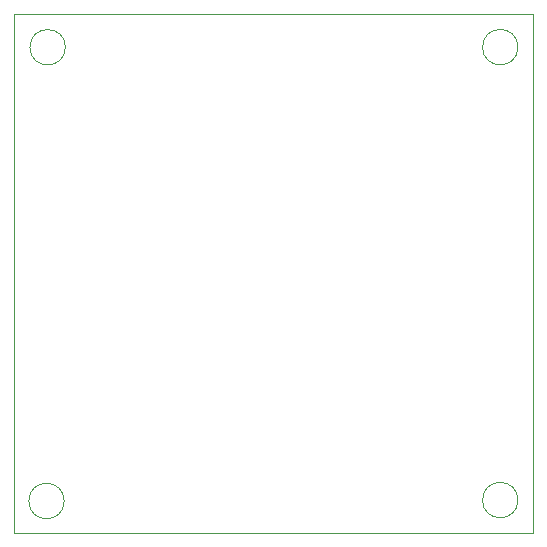
<source format=gbr>
%TF.GenerationSoftware,KiCad,Pcbnew,7.0.7*%
%TF.CreationDate,2024-07-20T22:06:27+09:00*%
%TF.ProjectId,l298n_copy,6c323938-6e5f-4636-9f70-792e6b696361,rev?*%
%TF.SameCoordinates,Original*%
%TF.FileFunction,Profile,NP*%
%FSLAX46Y46*%
G04 Gerber Fmt 4.6, Leading zero omitted, Abs format (unit mm)*
G04 Created by KiCad (PCBNEW 7.0.7) date 2024-07-20 22:06:27*
%MOMM*%
%LPD*%
G01*
G04 APERTURE LIST*
%TA.AperFunction,Profile*%
%ADD10C,0.100000*%
%TD*%
G04 APERTURE END LIST*
D10*
X114000000Y-70000000D02*
X70000000Y-70000000D01*
X70000000Y-70000000D02*
X70000000Y-114000000D01*
X114000000Y-114000000D02*
X114000000Y-70000000D01*
X112700000Y-72830000D02*
G75*
G03*
X112700000Y-72830000I-1500000J0D01*
G01*
X74280000Y-111260000D02*
G75*
G03*
X74280000Y-111260000I-1500000J0D01*
G01*
X70000000Y-114000000D02*
X114000000Y-114000000D01*
X112700000Y-111180000D02*
G75*
G03*
X112700000Y-111180000I-1500000J0D01*
G01*
X74380000Y-72840000D02*
G75*
G03*
X74380000Y-72840000I-1500000J0D01*
G01*
M02*

</source>
